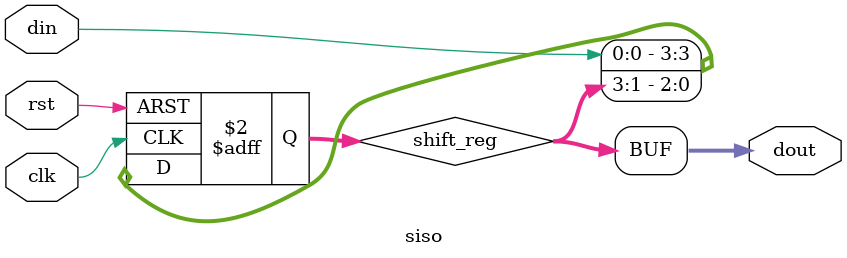
<source format=v>
module siso(
  input clk,
  input rst,
  input din,
  output wire [3:0]dout
);
  reg [3:0]shift_reg;
  always@(posedge clk or posedge rst)begin
    if(rst)begin
      shift_reg<=4'b0000;
    end
    else begin
      shift_reg<={din,shift_reg[3:1]};
    end
  end
  assign dout=shift_reg;
endmodule

</source>
